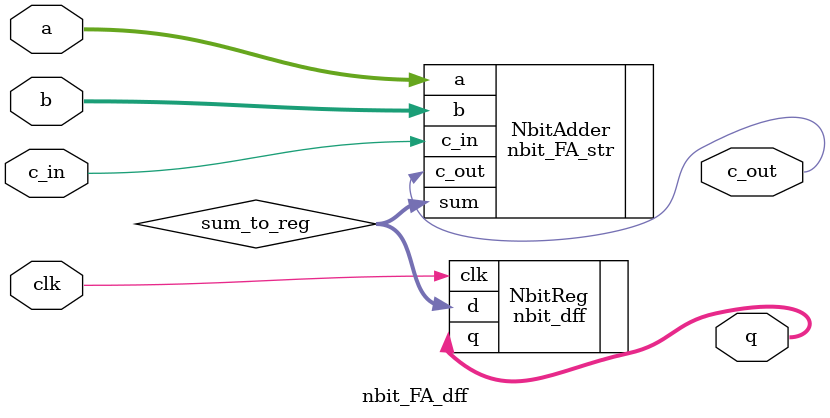
<source format=v>
`timescale 1ns / 1ps


module nbit_FA_dff(
    q, 
    c_out,
    a, 
    b, 
    c_in, 
    clk
    );

    parameter n = 8;

    input [n-1:0] a, b;
    input c_in;
    input clk;

    output [n-1:0] q;
    output c_out;
    
    wire [n-1:0] sum_to_reg;
    
    nbit_FA_str #(.n(n)) NbitAdder (
        .c_out(c_out),
        .sum(sum_to_reg),
        .a(a),
        .b(b),
        .c_in(c_in));
        
    nbit_dff #(.n(n)) NbitReg (
        .q(q),
        .d(sum_to_reg),
        .clk(clk));
        
endmodule

</source>
